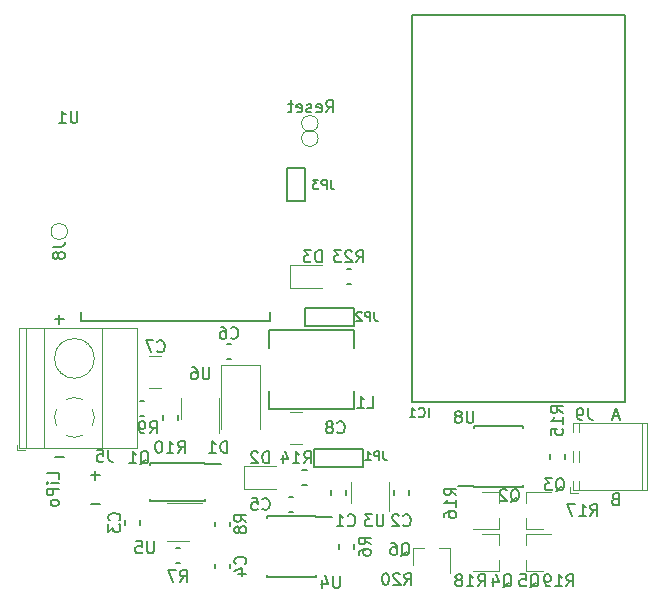
<source format=gbr>
G04 #@! TF.GenerationSoftware,KiCad,Pcbnew,(5.0.0-rc2-dev-744-gdfcdfe91f)*
G04 #@! TF.CreationDate,2018-07-03T22:34:29+02:00*
G04 #@! TF.ProjectId,SHMod24,53484D6F6432342E6B696361645F7063,rev?*
G04 #@! TF.SameCoordinates,Original*
G04 #@! TF.FileFunction,Legend,Bot*
G04 #@! TF.FilePolarity,Positive*
%FSLAX46Y46*%
G04 Gerber Fmt 4.6, Leading zero omitted, Abs format (unit mm)*
G04 Created by KiCad (PCBNEW (5.0.0-rc2-dev-744-gdfcdfe91f)) date 07/03/18 22:34:29*
%MOMM*%
%LPD*%
G01*
G04 APERTURE LIST*
%ADD10C,0.150000*%
%ADD11C,0.120000*%
%ADD12C,0.152400*%
%ADD13C,0.160000*%
G04 APERTURE END LIST*
D10*
X99115571Y-103433571D02*
X98972714Y-103481190D01*
X98925095Y-103528809D01*
X98877476Y-103624047D01*
X98877476Y-103766904D01*
X98925095Y-103862142D01*
X98972714Y-103909761D01*
X99067952Y-103957380D01*
X99448904Y-103957380D01*
X99448904Y-102957380D01*
X99115571Y-102957380D01*
X99020333Y-103005000D01*
X98972714Y-103052619D01*
X98925095Y-103147857D01*
X98925095Y-103243095D01*
X98972714Y-103338333D01*
X99020333Y-103385952D01*
X99115571Y-103433571D01*
X99448904Y-103433571D01*
X99425095Y-96432666D02*
X98948904Y-96432666D01*
X99520333Y-96718380D02*
X99187000Y-95718380D01*
X98853666Y-96718380D01*
X52450952Y-88209428D02*
X51689047Y-88209428D01*
X52070000Y-88590380D02*
X52070000Y-87828476D01*
X52450952Y-99893428D02*
X51689047Y-99893428D01*
X74644095Y-70683380D02*
X74977428Y-70207190D01*
X75215523Y-70683380D02*
X75215523Y-69683380D01*
X74834571Y-69683380D01*
X74739333Y-69731000D01*
X74691714Y-69778619D01*
X74644095Y-69873857D01*
X74644095Y-70016714D01*
X74691714Y-70111952D01*
X74739333Y-70159571D01*
X74834571Y-70207190D01*
X75215523Y-70207190D01*
X73834571Y-70635761D02*
X73929809Y-70683380D01*
X74120285Y-70683380D01*
X74215523Y-70635761D01*
X74263142Y-70540523D01*
X74263142Y-70159571D01*
X74215523Y-70064333D01*
X74120285Y-70016714D01*
X73929809Y-70016714D01*
X73834571Y-70064333D01*
X73786952Y-70159571D01*
X73786952Y-70254809D01*
X74263142Y-70350047D01*
X73406000Y-70635761D02*
X73310761Y-70683380D01*
X73120285Y-70683380D01*
X73025047Y-70635761D01*
X72977428Y-70540523D01*
X72977428Y-70492904D01*
X73025047Y-70397666D01*
X73120285Y-70350047D01*
X73263142Y-70350047D01*
X73358380Y-70302428D01*
X73406000Y-70207190D01*
X73406000Y-70159571D01*
X73358380Y-70064333D01*
X73263142Y-70016714D01*
X73120285Y-70016714D01*
X73025047Y-70064333D01*
X72167904Y-70635761D02*
X72263142Y-70683380D01*
X72453619Y-70683380D01*
X72548857Y-70635761D01*
X72596476Y-70540523D01*
X72596476Y-70159571D01*
X72548857Y-70064333D01*
X72453619Y-70016714D01*
X72263142Y-70016714D01*
X72167904Y-70064333D01*
X72120285Y-70159571D01*
X72120285Y-70254809D01*
X72596476Y-70350047D01*
X71834571Y-70016714D02*
X71453619Y-70016714D01*
X71691714Y-69683380D02*
X71691714Y-70540523D01*
X71644095Y-70635761D01*
X71548857Y-70683380D01*
X71453619Y-70683380D01*
X52014380Y-101735047D02*
X52014380Y-101258857D01*
X51014380Y-101258857D01*
X52014380Y-102068380D02*
X51347714Y-102068380D01*
X51014380Y-102068380D02*
X51062000Y-102020761D01*
X51109619Y-102068380D01*
X51062000Y-102116000D01*
X51014380Y-102068380D01*
X51109619Y-102068380D01*
X52014380Y-102544571D02*
X51014380Y-102544571D01*
X51014380Y-102925523D01*
X51062000Y-103020761D01*
X51109619Y-103068380D01*
X51204857Y-103116000D01*
X51347714Y-103116000D01*
X51442952Y-103068380D01*
X51490571Y-103020761D01*
X51538190Y-102925523D01*
X51538190Y-102544571D01*
X52014380Y-103687428D02*
X51966761Y-103592190D01*
X51919142Y-103544571D01*
X51823904Y-103496952D01*
X51538190Y-103496952D01*
X51442952Y-103544571D01*
X51395333Y-103592190D01*
X51347714Y-103687428D01*
X51347714Y-103830285D01*
X51395333Y-103925523D01*
X51442952Y-103973142D01*
X51538190Y-104020761D01*
X51823904Y-104020761D01*
X51919142Y-103973142D01*
X51966761Y-103925523D01*
X52014380Y-103830285D01*
X52014380Y-103687428D01*
X55498952Y-103830428D02*
X54737047Y-103830428D01*
X55498952Y-101417428D02*
X54737047Y-101417428D01*
X55118000Y-101798380D02*
X55118000Y-101036476D01*
D11*
X52762809Y-80779500D02*
G75*
G03X52762809Y-80779500I-700000J0D01*
G01*
D10*
X77025500Y-88773000D02*
X77025500Y-87249000D01*
X72834500Y-88773000D02*
X77025500Y-88773000D01*
X72834500Y-87249000D02*
X72834500Y-88773000D01*
X77025500Y-87249000D02*
X72834500Y-87249000D01*
X73596500Y-99187000D02*
X73596500Y-100711000D01*
X77787500Y-99187000D02*
X73596500Y-99187000D01*
X77787500Y-100711000D02*
X77787500Y-99187000D01*
X73596500Y-100711000D02*
X77787500Y-100711000D01*
X72898000Y-75423000D02*
X71374000Y-75423000D01*
X72898000Y-78217000D02*
X72898000Y-75423000D01*
X71374000Y-78217000D02*
X72898000Y-78217000D01*
X71374000Y-75423000D02*
X71374000Y-78217000D01*
X71501000Y-103251000D02*
X71882000Y-103251000D01*
X71501000Y-104521000D02*
X71882000Y-104521000D01*
X66230500Y-91567000D02*
X66611500Y-91567000D01*
X66230500Y-90297000D02*
X66611500Y-90297000D01*
X57658000Y-105600500D02*
X57658000Y-105219500D01*
X58928000Y-105600500D02*
X58928000Y-105219500D01*
X80391000Y-102679500D02*
X80391000Y-103060500D01*
X81661000Y-102679500D02*
X81661000Y-103060500D01*
X76327000Y-102679500D02*
X76327000Y-103060500D01*
X75057000Y-102679500D02*
X75057000Y-103060500D01*
X65278000Y-108902500D02*
X65278000Y-109283500D01*
X66548000Y-108902500D02*
X66548000Y-109283500D01*
X76771500Y-83947000D02*
X76390500Y-83947000D01*
X76771500Y-85217000D02*
X76390500Y-85217000D01*
X62293500Y-108839000D02*
X61912500Y-108839000D01*
X62293500Y-107569000D02*
X61912500Y-107569000D01*
X77025500Y-107251500D02*
X77025500Y-107632500D01*
X75755500Y-107251500D02*
X75755500Y-107632500D01*
X94869000Y-100012500D02*
X94869000Y-99631500D01*
X93599000Y-100012500D02*
X93599000Y-99631500D01*
X73034000Y-102235000D02*
X72653000Y-102235000D01*
X73034000Y-100965000D02*
X72653000Y-100965000D01*
X62103000Y-96329500D02*
X62103000Y-96710500D01*
X60833000Y-96329500D02*
X60833000Y-96710500D01*
X58855500Y-96393000D02*
X59236500Y-96393000D01*
X58855500Y-95123000D02*
X59236500Y-95123000D01*
X66548000Y-105346500D02*
X66548000Y-105727500D01*
X65278000Y-105346500D02*
X65278000Y-105727500D01*
D12*
X69913500Y-87566500D02*
X69913500Y-88328500D01*
X69913500Y-88328500D02*
X53911500Y-88328500D01*
X53911500Y-88328500D02*
X53911500Y-87566500D01*
D11*
X76749000Y-103770000D02*
X76749000Y-101970000D01*
X79969000Y-101970000D02*
X79969000Y-104420000D01*
X74279000Y-85542000D02*
X71579000Y-85542000D01*
X71579000Y-85542000D02*
X71579000Y-83622000D01*
X71579000Y-83622000D02*
X74279000Y-83622000D01*
X51805244Y-95836682D02*
G75*
G03X51660000Y-96520000I1534756J-683318D01*
G01*
X54023042Y-94984574D02*
G75*
G03X52656000Y-94985000I-683042J-1535426D01*
G01*
X54875426Y-97203042D02*
G75*
G03X54875000Y-95836000I-1535426J683042D01*
G01*
X52656958Y-98055426D02*
G75*
G03X54024000Y-98055000I683042J1535426D01*
G01*
X51659747Y-96491195D02*
G75*
G03X51805000Y-97204000I1680253J-28805D01*
G01*
X55020000Y-91520000D02*
G75*
G03X55020000Y-91520000I-1680000J0D01*
G01*
X49240000Y-99080000D02*
X49240000Y-88960000D01*
X50740000Y-99080000D02*
X50740000Y-88960000D01*
X55641000Y-99080000D02*
X55641000Y-88960000D01*
X58601000Y-99080000D02*
X58601000Y-88960000D01*
X48680000Y-99080000D02*
X48680000Y-88960000D01*
X58601000Y-99080000D02*
X48680000Y-99080000D01*
X58601000Y-88960000D02*
X48680000Y-88960000D01*
X54409000Y-90245000D02*
X54363000Y-90292000D01*
X52101000Y-92554000D02*
X52066000Y-92589000D01*
X54615000Y-90450000D02*
X54579000Y-90485000D01*
X52317000Y-92747000D02*
X52271000Y-92794000D01*
X49180000Y-99320000D02*
X48440000Y-99320000D01*
X48440000Y-99320000D02*
X48440000Y-98820000D01*
D10*
X77006000Y-95806000D02*
X77006000Y-94306000D01*
X69806000Y-95806000D02*
X69806000Y-94306000D01*
X69806000Y-89106000D02*
X69806000Y-90606000D01*
X77006000Y-89106000D02*
X77006000Y-90606000D01*
X69806000Y-95806000D02*
X77006000Y-95806000D01*
X69806000Y-89106000D02*
X77006000Y-89106000D01*
D11*
X81986000Y-107571000D02*
X82916000Y-107571000D01*
X85146000Y-107571000D02*
X84216000Y-107571000D01*
X85146000Y-107571000D02*
X85146000Y-109731000D01*
X81986000Y-107571000D02*
X81986000Y-109031000D01*
X89279000Y-106370000D02*
X89279000Y-107300000D01*
X89279000Y-109530000D02*
X89279000Y-108600000D01*
X89279000Y-109530000D02*
X87119000Y-109530000D01*
X89279000Y-106370000D02*
X87819000Y-106370000D01*
D10*
X87206000Y-102397000D02*
X87206000Y-102347000D01*
X91356000Y-102397000D02*
X91356000Y-102252000D01*
X91356000Y-97247000D02*
X91356000Y-97392000D01*
X87206000Y-97247000D02*
X87206000Y-97392000D01*
X87206000Y-102397000D02*
X91356000Y-102397000D01*
X87206000Y-97247000D02*
X91356000Y-97247000D01*
X87206000Y-102347000D02*
X85806000Y-102347000D01*
D11*
X91569000Y-105974000D02*
X93029000Y-105974000D01*
X91569000Y-102814000D02*
X93729000Y-102814000D01*
X91569000Y-102814000D02*
X91569000Y-103744000D01*
X91569000Y-105974000D02*
X91569000Y-105044000D01*
X89279000Y-102814000D02*
X89279000Y-103744000D01*
X89279000Y-105974000D02*
X89279000Y-105044000D01*
X89279000Y-105974000D02*
X87119000Y-105974000D01*
X89279000Y-102814000D02*
X87819000Y-102814000D01*
X91569000Y-109530000D02*
X93029000Y-109530000D01*
X91569000Y-106370000D02*
X93729000Y-106370000D01*
X91569000Y-106370000D02*
X91569000Y-107300000D01*
X91569000Y-109530000D02*
X91569000Y-108600000D01*
X96079000Y-102652000D02*
X96079000Y-101882000D01*
X96079000Y-100302000D02*
X96079000Y-99342000D01*
X96079000Y-97762000D02*
X96079000Y-96992000D01*
X101379000Y-102652000D02*
X101379000Y-96992000D01*
X101839000Y-102652000D02*
X101839000Y-96992000D01*
X95519000Y-102652000D02*
X95519000Y-101882000D01*
X95519000Y-100302000D02*
X95519000Y-99342000D01*
X95519000Y-97762000D02*
X95519000Y-96992000D01*
X101839000Y-102652000D02*
X95519000Y-102652000D01*
X101839000Y-96992000D02*
X95519000Y-96992000D01*
X96019000Y-102892000D02*
X95279000Y-102892000D01*
X95279000Y-102892000D02*
X95279000Y-102392000D01*
X73979000Y-72898000D02*
G75*
G03X73979000Y-72898000I-700000J0D01*
G01*
X73979000Y-71628000D02*
G75*
G03X73979000Y-71628000I-700000J0D01*
G01*
D10*
X64428000Y-100356000D02*
X64428000Y-100456000D01*
X59778000Y-100356000D02*
X59778000Y-100556000D01*
X59778000Y-103606000D02*
X59778000Y-103406000D01*
X64428000Y-103606000D02*
X64428000Y-103406000D01*
X64428000Y-100356000D02*
X59778000Y-100356000D01*
X64428000Y-103606000D02*
X59778000Y-103606000D01*
X64428000Y-100456000D02*
X65778000Y-100456000D01*
D11*
X61203000Y-103800000D02*
X64153000Y-103800000D01*
X63003000Y-107020000D02*
X61203000Y-107020000D01*
D10*
X99949000Y-95250000D02*
X81915000Y-95250000D01*
X81915000Y-62484000D02*
X99949000Y-62484000D01*
X99949000Y-95250000D02*
X99949000Y-62484000D01*
X81915000Y-62484000D02*
X81915000Y-95250000D01*
D11*
X60665000Y-91350000D02*
X59665000Y-91350000D01*
X60665000Y-94070000D02*
X59665000Y-94070000D01*
X72636000Y-96049000D02*
X71636000Y-96049000D01*
X72636000Y-98769000D02*
X71636000Y-98769000D01*
X65787000Y-92104000D02*
X69087000Y-92104000D01*
X69087000Y-92104000D02*
X69087000Y-97504000D01*
X65787000Y-92104000D02*
X65787000Y-97504000D01*
D10*
X73766500Y-104867000D02*
X73766500Y-104917000D01*
X69616500Y-104867000D02*
X69616500Y-105012000D01*
X69616500Y-110017000D02*
X69616500Y-109872000D01*
X73766500Y-110017000D02*
X73766500Y-109872000D01*
X73766500Y-104867000D02*
X69616500Y-104867000D01*
X73766500Y-110017000D02*
X69616500Y-110017000D01*
X73766500Y-104917000D02*
X75166500Y-104917000D01*
D11*
X62398000Y-96658000D02*
X62398000Y-94858000D01*
X65618000Y-94858000D02*
X65618000Y-97808000D01*
X70405500Y-102560000D02*
X67705500Y-102560000D01*
X67705500Y-102560000D02*
X67705500Y-100640000D01*
X67705500Y-100640000D02*
X70405500Y-100640000D01*
D10*
X51522380Y-82089666D02*
X52236666Y-82089666D01*
X52379523Y-82042047D01*
X52474761Y-81946809D01*
X52522380Y-81803952D01*
X52522380Y-81708714D01*
X51950952Y-82708714D02*
X51903333Y-82613476D01*
X51855714Y-82565857D01*
X51760476Y-82518238D01*
X51712857Y-82518238D01*
X51617619Y-82565857D01*
X51570000Y-82613476D01*
X51522380Y-82708714D01*
X51522380Y-82899190D01*
X51570000Y-82994428D01*
X51617619Y-83042047D01*
X51712857Y-83089666D01*
X51760476Y-83089666D01*
X51855714Y-83042047D01*
X51903333Y-82994428D01*
X51950952Y-82899190D01*
X51950952Y-82708714D01*
X51998571Y-82613476D01*
X52046190Y-82565857D01*
X52141428Y-82518238D01*
X52331904Y-82518238D01*
X52427142Y-82565857D01*
X52474761Y-82613476D01*
X52522380Y-82708714D01*
X52522380Y-82899190D01*
X52474761Y-82994428D01*
X52427142Y-83042047D01*
X52331904Y-83089666D01*
X52141428Y-83089666D01*
X52046190Y-83042047D01*
X51998571Y-82994428D01*
X51950952Y-82899190D01*
D12*
X78740000Y-87593714D02*
X78740000Y-88138000D01*
X78776285Y-88246857D01*
X78848857Y-88319428D01*
X78957714Y-88355714D01*
X79030285Y-88355714D01*
X78377142Y-88355714D02*
X78377142Y-87593714D01*
X78086857Y-87593714D01*
X78014285Y-87630000D01*
X77978000Y-87666285D01*
X77941714Y-87738857D01*
X77941714Y-87847714D01*
X77978000Y-87920285D01*
X78014285Y-87956571D01*
X78086857Y-87992857D01*
X78377142Y-87992857D01*
X77651428Y-87666285D02*
X77615142Y-87630000D01*
X77542571Y-87593714D01*
X77361142Y-87593714D01*
X77288571Y-87630000D01*
X77252285Y-87666285D01*
X77216000Y-87738857D01*
X77216000Y-87811428D01*
X77252285Y-87920285D01*
X77687714Y-88355714D01*
X77216000Y-88355714D01*
X79502000Y-99404714D02*
X79502000Y-99949000D01*
X79538285Y-100057857D01*
X79610857Y-100130428D01*
X79719714Y-100166714D01*
X79792285Y-100166714D01*
X79139142Y-100166714D02*
X79139142Y-99404714D01*
X78848857Y-99404714D01*
X78776285Y-99441000D01*
X78740000Y-99477285D01*
X78703714Y-99549857D01*
X78703714Y-99658714D01*
X78740000Y-99731285D01*
X78776285Y-99767571D01*
X78848857Y-99803857D01*
X79139142Y-99803857D01*
X77978000Y-100166714D02*
X78413428Y-100166714D01*
X78195714Y-100166714D02*
X78195714Y-99404714D01*
X78268285Y-99513571D01*
X78340857Y-99586142D01*
X78413428Y-99622428D01*
X75057000Y-76417714D02*
X75057000Y-76962000D01*
X75093285Y-77070857D01*
X75165857Y-77143428D01*
X75274714Y-77179714D01*
X75347285Y-77179714D01*
X74694142Y-77179714D02*
X74694142Y-76417714D01*
X74403857Y-76417714D01*
X74331285Y-76454000D01*
X74295000Y-76490285D01*
X74258714Y-76562857D01*
X74258714Y-76671714D01*
X74295000Y-76744285D01*
X74331285Y-76780571D01*
X74403857Y-76816857D01*
X74694142Y-76816857D01*
X74004714Y-76417714D02*
X73533000Y-76417714D01*
X73787000Y-76708000D01*
X73678142Y-76708000D01*
X73605571Y-76744285D01*
X73569285Y-76780571D01*
X73533000Y-76853142D01*
X73533000Y-77034571D01*
X73569285Y-77107142D01*
X73605571Y-77143428D01*
X73678142Y-77179714D01*
X73895857Y-77179714D01*
X73968428Y-77143428D01*
X74004714Y-77107142D01*
D10*
X69254666Y-104243142D02*
X69302285Y-104290761D01*
X69445142Y-104338380D01*
X69540380Y-104338380D01*
X69683238Y-104290761D01*
X69778476Y-104195523D01*
X69826095Y-104100285D01*
X69873714Y-103909809D01*
X69873714Y-103766952D01*
X69826095Y-103576476D01*
X69778476Y-103481238D01*
X69683238Y-103386000D01*
X69540380Y-103338380D01*
X69445142Y-103338380D01*
X69302285Y-103386000D01*
X69254666Y-103433619D01*
X68349904Y-103338380D02*
X68826095Y-103338380D01*
X68873714Y-103814571D01*
X68826095Y-103766952D01*
X68730857Y-103719333D01*
X68492761Y-103719333D01*
X68397523Y-103766952D01*
X68349904Y-103814571D01*
X68302285Y-103909809D01*
X68302285Y-104147904D01*
X68349904Y-104243142D01*
X68397523Y-104290761D01*
X68492761Y-104338380D01*
X68730857Y-104338380D01*
X68826095Y-104290761D01*
X68873714Y-104243142D01*
X66587666Y-89765142D02*
X66635285Y-89812761D01*
X66778142Y-89860380D01*
X66873380Y-89860380D01*
X67016238Y-89812761D01*
X67111476Y-89717523D01*
X67159095Y-89622285D01*
X67206714Y-89431809D01*
X67206714Y-89288952D01*
X67159095Y-89098476D01*
X67111476Y-89003238D01*
X67016238Y-88908000D01*
X66873380Y-88860380D01*
X66778142Y-88860380D01*
X66635285Y-88908000D01*
X66587666Y-88955619D01*
X65730523Y-88860380D02*
X65921000Y-88860380D01*
X66016238Y-88908000D01*
X66063857Y-88955619D01*
X66159095Y-89098476D01*
X66206714Y-89288952D01*
X66206714Y-89669904D01*
X66159095Y-89765142D01*
X66111476Y-89812761D01*
X66016238Y-89860380D01*
X65825761Y-89860380D01*
X65730523Y-89812761D01*
X65682904Y-89765142D01*
X65635285Y-89669904D01*
X65635285Y-89431809D01*
X65682904Y-89336571D01*
X65730523Y-89288952D01*
X65825761Y-89241333D01*
X66016238Y-89241333D01*
X66111476Y-89288952D01*
X66159095Y-89336571D01*
X66206714Y-89431809D01*
X57126142Y-105243333D02*
X57173761Y-105195714D01*
X57221380Y-105052857D01*
X57221380Y-104957619D01*
X57173761Y-104814761D01*
X57078523Y-104719523D01*
X56983285Y-104671904D01*
X56792809Y-104624285D01*
X56649952Y-104624285D01*
X56459476Y-104671904D01*
X56364238Y-104719523D01*
X56269000Y-104814761D01*
X56221380Y-104957619D01*
X56221380Y-105052857D01*
X56269000Y-105195714D01*
X56316619Y-105243333D01*
X56221380Y-105576666D02*
X56221380Y-106195714D01*
X56602333Y-105862380D01*
X56602333Y-106005238D01*
X56649952Y-106100476D01*
X56697571Y-106148095D01*
X56792809Y-106195714D01*
X57030904Y-106195714D01*
X57126142Y-106148095D01*
X57173761Y-106100476D01*
X57221380Y-106005238D01*
X57221380Y-105719523D01*
X57173761Y-105624285D01*
X57126142Y-105576666D01*
X81192666Y-105640142D02*
X81240285Y-105687761D01*
X81383142Y-105735380D01*
X81478380Y-105735380D01*
X81621238Y-105687761D01*
X81716476Y-105592523D01*
X81764095Y-105497285D01*
X81811714Y-105306809D01*
X81811714Y-105163952D01*
X81764095Y-104973476D01*
X81716476Y-104878238D01*
X81621238Y-104783000D01*
X81478380Y-104735380D01*
X81383142Y-104735380D01*
X81240285Y-104783000D01*
X81192666Y-104830619D01*
X80811714Y-104830619D02*
X80764095Y-104783000D01*
X80668857Y-104735380D01*
X80430761Y-104735380D01*
X80335523Y-104783000D01*
X80287904Y-104830619D01*
X80240285Y-104925857D01*
X80240285Y-105021095D01*
X80287904Y-105163952D01*
X80859333Y-105735380D01*
X80240285Y-105735380D01*
X76493666Y-105640142D02*
X76541285Y-105687761D01*
X76684142Y-105735380D01*
X76779380Y-105735380D01*
X76922238Y-105687761D01*
X77017476Y-105592523D01*
X77065095Y-105497285D01*
X77112714Y-105306809D01*
X77112714Y-105163952D01*
X77065095Y-104973476D01*
X77017476Y-104878238D01*
X76922238Y-104783000D01*
X76779380Y-104735380D01*
X76684142Y-104735380D01*
X76541285Y-104783000D01*
X76493666Y-104830619D01*
X75541285Y-105735380D02*
X76112714Y-105735380D01*
X75827000Y-105735380D02*
X75827000Y-104735380D01*
X75922238Y-104878238D01*
X76017476Y-104973476D01*
X76112714Y-105021095D01*
X67794142Y-108926333D02*
X67841761Y-108878714D01*
X67889380Y-108735857D01*
X67889380Y-108640619D01*
X67841761Y-108497761D01*
X67746523Y-108402523D01*
X67651285Y-108354904D01*
X67460809Y-108307285D01*
X67317952Y-108307285D01*
X67127476Y-108354904D01*
X67032238Y-108402523D01*
X66937000Y-108497761D01*
X66889380Y-108640619D01*
X66889380Y-108735857D01*
X66937000Y-108878714D01*
X66984619Y-108926333D01*
X67222714Y-109783476D02*
X67889380Y-109783476D01*
X66841761Y-109545380D02*
X67556047Y-109307285D01*
X67556047Y-109926333D01*
X77223857Y-83384380D02*
X77557190Y-82908190D01*
X77795285Y-83384380D02*
X77795285Y-82384380D01*
X77414333Y-82384380D01*
X77319095Y-82432000D01*
X77271476Y-82479619D01*
X77223857Y-82574857D01*
X77223857Y-82717714D01*
X77271476Y-82812952D01*
X77319095Y-82860571D01*
X77414333Y-82908190D01*
X77795285Y-82908190D01*
X76842904Y-82479619D02*
X76795285Y-82432000D01*
X76700047Y-82384380D01*
X76461952Y-82384380D01*
X76366714Y-82432000D01*
X76319095Y-82479619D01*
X76271476Y-82574857D01*
X76271476Y-82670095D01*
X76319095Y-82812952D01*
X76890523Y-83384380D01*
X76271476Y-83384380D01*
X75938142Y-82384380D02*
X75319095Y-82384380D01*
X75652428Y-82765333D01*
X75509571Y-82765333D01*
X75414333Y-82812952D01*
X75366714Y-82860571D01*
X75319095Y-82955809D01*
X75319095Y-83193904D01*
X75366714Y-83289142D01*
X75414333Y-83336761D01*
X75509571Y-83384380D01*
X75795285Y-83384380D01*
X75890523Y-83336761D01*
X75938142Y-83289142D01*
X62269666Y-110434380D02*
X62603000Y-109958190D01*
X62841095Y-110434380D02*
X62841095Y-109434380D01*
X62460142Y-109434380D01*
X62364904Y-109482000D01*
X62317285Y-109529619D01*
X62269666Y-109624857D01*
X62269666Y-109767714D01*
X62317285Y-109862952D01*
X62364904Y-109910571D01*
X62460142Y-109958190D01*
X62841095Y-109958190D01*
X61936333Y-109434380D02*
X61269666Y-109434380D01*
X61698238Y-110434380D01*
X78430380Y-107275333D02*
X77954190Y-106942000D01*
X78430380Y-106703904D02*
X77430380Y-106703904D01*
X77430380Y-107084857D01*
X77478000Y-107180095D01*
X77525619Y-107227714D01*
X77620857Y-107275333D01*
X77763714Y-107275333D01*
X77858952Y-107227714D01*
X77906571Y-107180095D01*
X77954190Y-107084857D01*
X77954190Y-106703904D01*
X77430380Y-108132476D02*
X77430380Y-107942000D01*
X77478000Y-107846761D01*
X77525619Y-107799142D01*
X77668476Y-107703904D01*
X77858952Y-107656285D01*
X78239904Y-107656285D01*
X78335142Y-107703904D01*
X78382761Y-107751523D01*
X78430380Y-107846761D01*
X78430380Y-108037238D01*
X78382761Y-108132476D01*
X78335142Y-108180095D01*
X78239904Y-108227714D01*
X78001809Y-108227714D01*
X77906571Y-108180095D01*
X77858952Y-108132476D01*
X77811333Y-108037238D01*
X77811333Y-107846761D01*
X77858952Y-107751523D01*
X77906571Y-107703904D01*
X78001809Y-107656285D01*
X94686380Y-96131142D02*
X94210190Y-95797809D01*
X94686380Y-95559714D02*
X93686380Y-95559714D01*
X93686380Y-95940666D01*
X93734000Y-96035904D01*
X93781619Y-96083523D01*
X93876857Y-96131142D01*
X94019714Y-96131142D01*
X94114952Y-96083523D01*
X94162571Y-96035904D01*
X94210190Y-95940666D01*
X94210190Y-95559714D01*
X94686380Y-97083523D02*
X94686380Y-96512095D01*
X94686380Y-96797809D02*
X93686380Y-96797809D01*
X93829238Y-96702571D01*
X93924476Y-96607333D01*
X93972095Y-96512095D01*
X93686380Y-97988285D02*
X93686380Y-97512095D01*
X94162571Y-97464476D01*
X94114952Y-97512095D01*
X94067333Y-97607333D01*
X94067333Y-97845428D01*
X94114952Y-97940666D01*
X94162571Y-97988285D01*
X94257809Y-98035904D01*
X94495904Y-98035904D01*
X94591142Y-97988285D01*
X94638761Y-97940666D01*
X94686380Y-97845428D01*
X94686380Y-97607333D01*
X94638761Y-97512095D01*
X94591142Y-97464476D01*
X72778857Y-100402380D02*
X73112190Y-99926190D01*
X73350285Y-100402380D02*
X73350285Y-99402380D01*
X72969333Y-99402380D01*
X72874095Y-99450000D01*
X72826476Y-99497619D01*
X72778857Y-99592857D01*
X72778857Y-99735714D01*
X72826476Y-99830952D01*
X72874095Y-99878571D01*
X72969333Y-99926190D01*
X73350285Y-99926190D01*
X71826476Y-100402380D02*
X72397904Y-100402380D01*
X72112190Y-100402380D02*
X72112190Y-99402380D01*
X72207428Y-99545238D01*
X72302666Y-99640476D01*
X72397904Y-99688095D01*
X70969333Y-99735714D02*
X70969333Y-100402380D01*
X71207428Y-99354761D02*
X71445523Y-100069047D01*
X70826476Y-100069047D01*
X62110857Y-99512380D02*
X62444190Y-99036190D01*
X62682285Y-99512380D02*
X62682285Y-98512380D01*
X62301333Y-98512380D01*
X62206095Y-98560000D01*
X62158476Y-98607619D01*
X62110857Y-98702857D01*
X62110857Y-98845714D01*
X62158476Y-98940952D01*
X62206095Y-98988571D01*
X62301333Y-99036190D01*
X62682285Y-99036190D01*
X61158476Y-99512380D02*
X61729904Y-99512380D01*
X61444190Y-99512380D02*
X61444190Y-98512380D01*
X61539428Y-98655238D01*
X61634666Y-98750476D01*
X61729904Y-98798095D01*
X60539428Y-98512380D02*
X60444190Y-98512380D01*
X60348952Y-98560000D01*
X60301333Y-98607619D01*
X60253714Y-98702857D01*
X60206095Y-98893333D01*
X60206095Y-99131428D01*
X60253714Y-99321904D01*
X60301333Y-99417142D01*
X60348952Y-99464761D01*
X60444190Y-99512380D01*
X60539428Y-99512380D01*
X60634666Y-99464761D01*
X60682285Y-99417142D01*
X60729904Y-99321904D01*
X60777523Y-99131428D01*
X60777523Y-98893333D01*
X60729904Y-98702857D01*
X60682285Y-98607619D01*
X60634666Y-98560000D01*
X60539428Y-98512380D01*
X59729666Y-97861380D02*
X60063000Y-97385190D01*
X60301095Y-97861380D02*
X60301095Y-96861380D01*
X59920142Y-96861380D01*
X59824904Y-96909000D01*
X59777285Y-96956619D01*
X59729666Y-97051857D01*
X59729666Y-97194714D01*
X59777285Y-97289952D01*
X59824904Y-97337571D01*
X59920142Y-97385190D01*
X60301095Y-97385190D01*
X59253476Y-97861380D02*
X59063000Y-97861380D01*
X58967761Y-97813761D01*
X58920142Y-97766142D01*
X58824904Y-97623285D01*
X58777285Y-97432809D01*
X58777285Y-97051857D01*
X58824904Y-96956619D01*
X58872523Y-96909000D01*
X58967761Y-96861380D01*
X59158238Y-96861380D01*
X59253476Y-96909000D01*
X59301095Y-96956619D01*
X59348714Y-97051857D01*
X59348714Y-97289952D01*
X59301095Y-97385190D01*
X59253476Y-97432809D01*
X59158238Y-97480428D01*
X58967761Y-97480428D01*
X58872523Y-97432809D01*
X58824904Y-97385190D01*
X58777285Y-97289952D01*
X67889380Y-105370333D02*
X67413190Y-105037000D01*
X67889380Y-104798904D02*
X66889380Y-104798904D01*
X66889380Y-105179857D01*
X66937000Y-105275095D01*
X66984619Y-105322714D01*
X67079857Y-105370333D01*
X67222714Y-105370333D01*
X67317952Y-105322714D01*
X67365571Y-105275095D01*
X67413190Y-105179857D01*
X67413190Y-104798904D01*
X67317952Y-105941761D02*
X67270333Y-105846523D01*
X67222714Y-105798904D01*
X67127476Y-105751285D01*
X67079857Y-105751285D01*
X66984619Y-105798904D01*
X66937000Y-105846523D01*
X66889380Y-105941761D01*
X66889380Y-106132238D01*
X66937000Y-106227476D01*
X66984619Y-106275095D01*
X67079857Y-106322714D01*
X67127476Y-106322714D01*
X67222714Y-106275095D01*
X67270333Y-106227476D01*
X67317952Y-106132238D01*
X67317952Y-105941761D01*
X67365571Y-105846523D01*
X67413190Y-105798904D01*
X67508428Y-105751285D01*
X67698904Y-105751285D01*
X67794142Y-105798904D01*
X67841761Y-105846523D01*
X67889380Y-105941761D01*
X67889380Y-106132238D01*
X67841761Y-106227476D01*
X67794142Y-106275095D01*
X67698904Y-106322714D01*
X67508428Y-106322714D01*
X67413190Y-106275095D01*
X67365571Y-106227476D01*
X67317952Y-106132238D01*
X53593904Y-70572380D02*
X53593904Y-71381904D01*
X53546285Y-71477142D01*
X53498666Y-71524761D01*
X53403428Y-71572380D01*
X53212952Y-71572380D01*
X53117714Y-71524761D01*
X53070095Y-71477142D01*
X53022476Y-71381904D01*
X53022476Y-70572380D01*
X52022476Y-71572380D02*
X52593904Y-71572380D01*
X52308190Y-71572380D02*
X52308190Y-70572380D01*
X52403428Y-70715238D01*
X52498666Y-70810476D01*
X52593904Y-70858095D01*
X79501904Y-104735380D02*
X79501904Y-105544904D01*
X79454285Y-105640142D01*
X79406666Y-105687761D01*
X79311428Y-105735380D01*
X79120952Y-105735380D01*
X79025714Y-105687761D01*
X78978095Y-105640142D01*
X78930476Y-105544904D01*
X78930476Y-104735380D01*
X78549523Y-104735380D02*
X77930476Y-104735380D01*
X78263809Y-105116333D01*
X78120952Y-105116333D01*
X78025714Y-105163952D01*
X77978095Y-105211571D01*
X77930476Y-105306809D01*
X77930476Y-105544904D01*
X77978095Y-105640142D01*
X78025714Y-105687761D01*
X78120952Y-105735380D01*
X78406666Y-105735380D01*
X78501904Y-105687761D01*
X78549523Y-105640142D01*
X74271095Y-83383380D02*
X74271095Y-82383380D01*
X74033000Y-82383380D01*
X73890142Y-82431000D01*
X73794904Y-82526238D01*
X73747285Y-82621476D01*
X73699666Y-82811952D01*
X73699666Y-82954809D01*
X73747285Y-83145285D01*
X73794904Y-83240523D01*
X73890142Y-83335761D01*
X74033000Y-83383380D01*
X74271095Y-83383380D01*
X73366333Y-82383380D02*
X72747285Y-82383380D01*
X73080619Y-82764333D01*
X72937761Y-82764333D01*
X72842523Y-82811952D01*
X72794904Y-82859571D01*
X72747285Y-82954809D01*
X72747285Y-83192904D01*
X72794904Y-83288142D01*
X72842523Y-83335761D01*
X72937761Y-83383380D01*
X73223476Y-83383380D01*
X73318714Y-83335761D01*
X73366333Y-83288142D01*
X56213333Y-99274380D02*
X56213333Y-99988666D01*
X56260952Y-100131523D01*
X56356190Y-100226761D01*
X56499047Y-100274380D01*
X56594285Y-100274380D01*
X55260952Y-99274380D02*
X55737142Y-99274380D01*
X55784761Y-99750571D01*
X55737142Y-99702952D01*
X55641904Y-99655333D01*
X55403809Y-99655333D01*
X55308571Y-99702952D01*
X55260952Y-99750571D01*
X55213333Y-99845809D01*
X55213333Y-100083904D01*
X55260952Y-100179142D01*
X55308571Y-100226761D01*
X55403809Y-100274380D01*
X55641904Y-100274380D01*
X55737142Y-100226761D01*
X55784761Y-100179142D01*
X78144666Y-95702380D02*
X78620857Y-95702380D01*
X78620857Y-94702380D01*
X77287523Y-95702380D02*
X77858952Y-95702380D01*
X77573238Y-95702380D02*
X77573238Y-94702380D01*
X77668476Y-94845238D01*
X77763714Y-94940476D01*
X77858952Y-94988095D01*
X80994238Y-108243619D02*
X81089476Y-108196000D01*
X81184714Y-108100761D01*
X81327571Y-107957904D01*
X81422809Y-107910285D01*
X81518047Y-107910285D01*
X81470428Y-108148380D02*
X81565666Y-108100761D01*
X81660904Y-108005523D01*
X81708523Y-107815047D01*
X81708523Y-107481714D01*
X81660904Y-107291238D01*
X81565666Y-107196000D01*
X81470428Y-107148380D01*
X81279952Y-107148380D01*
X81184714Y-107196000D01*
X81089476Y-107291238D01*
X81041857Y-107481714D01*
X81041857Y-107815047D01*
X81089476Y-108005523D01*
X81184714Y-108100761D01*
X81279952Y-108148380D01*
X81470428Y-108148380D01*
X80184714Y-107148380D02*
X80375190Y-107148380D01*
X80470428Y-107196000D01*
X80518047Y-107243619D01*
X80613285Y-107386476D01*
X80660904Y-107576952D01*
X80660904Y-107957904D01*
X80613285Y-108053142D01*
X80565666Y-108100761D01*
X80470428Y-108148380D01*
X80279952Y-108148380D01*
X80184714Y-108100761D01*
X80137095Y-108053142D01*
X80089476Y-107957904D01*
X80089476Y-107719809D01*
X80137095Y-107624571D01*
X80184714Y-107576952D01*
X80279952Y-107529333D01*
X80470428Y-107529333D01*
X80565666Y-107576952D01*
X80613285Y-107624571D01*
X80660904Y-107719809D01*
X81287857Y-110688380D02*
X81621190Y-110212190D01*
X81859285Y-110688380D02*
X81859285Y-109688380D01*
X81478333Y-109688380D01*
X81383095Y-109736000D01*
X81335476Y-109783619D01*
X81287857Y-109878857D01*
X81287857Y-110021714D01*
X81335476Y-110116952D01*
X81383095Y-110164571D01*
X81478333Y-110212190D01*
X81859285Y-110212190D01*
X80906904Y-109783619D02*
X80859285Y-109736000D01*
X80764047Y-109688380D01*
X80525952Y-109688380D01*
X80430714Y-109736000D01*
X80383095Y-109783619D01*
X80335476Y-109878857D01*
X80335476Y-109974095D01*
X80383095Y-110116952D01*
X80954523Y-110688380D01*
X80335476Y-110688380D01*
X79716428Y-109688380D02*
X79621190Y-109688380D01*
X79525952Y-109736000D01*
X79478333Y-109783619D01*
X79430714Y-109878857D01*
X79383095Y-110069333D01*
X79383095Y-110307428D01*
X79430714Y-110497904D01*
X79478333Y-110593142D01*
X79525952Y-110640761D01*
X79621190Y-110688380D01*
X79716428Y-110688380D01*
X79811666Y-110640761D01*
X79859285Y-110593142D01*
X79906904Y-110497904D01*
X79954523Y-110307428D01*
X79954523Y-110069333D01*
X79906904Y-109878857D01*
X79859285Y-109783619D01*
X79811666Y-109736000D01*
X79716428Y-109688380D01*
X85669380Y-103116142D02*
X85193190Y-102782809D01*
X85669380Y-102544714D02*
X84669380Y-102544714D01*
X84669380Y-102925666D01*
X84717000Y-103020904D01*
X84764619Y-103068523D01*
X84859857Y-103116142D01*
X85002714Y-103116142D01*
X85097952Y-103068523D01*
X85145571Y-103020904D01*
X85193190Y-102925666D01*
X85193190Y-102544714D01*
X85669380Y-104068523D02*
X85669380Y-103497095D01*
X85669380Y-103782809D02*
X84669380Y-103782809D01*
X84812238Y-103687571D01*
X84907476Y-103592333D01*
X84955095Y-103497095D01*
X84669380Y-104925666D02*
X84669380Y-104735190D01*
X84717000Y-104639952D01*
X84764619Y-104592333D01*
X84907476Y-104497095D01*
X85097952Y-104449476D01*
X85478904Y-104449476D01*
X85574142Y-104497095D01*
X85621761Y-104544714D01*
X85669380Y-104639952D01*
X85669380Y-104830428D01*
X85621761Y-104925666D01*
X85574142Y-104973285D01*
X85478904Y-105020904D01*
X85240809Y-105020904D01*
X85145571Y-104973285D01*
X85097952Y-104925666D01*
X85050333Y-104830428D01*
X85050333Y-104639952D01*
X85097952Y-104544714D01*
X85145571Y-104497095D01*
X85240809Y-104449476D01*
X97035857Y-104846380D02*
X97369190Y-104370190D01*
X97607285Y-104846380D02*
X97607285Y-103846380D01*
X97226333Y-103846380D01*
X97131095Y-103894000D01*
X97083476Y-103941619D01*
X97035857Y-104036857D01*
X97035857Y-104179714D01*
X97083476Y-104274952D01*
X97131095Y-104322571D01*
X97226333Y-104370190D01*
X97607285Y-104370190D01*
X96083476Y-104846380D02*
X96654904Y-104846380D01*
X96369190Y-104846380D02*
X96369190Y-103846380D01*
X96464428Y-103989238D01*
X96559666Y-104084476D01*
X96654904Y-104132095D01*
X95750142Y-103846380D02*
X95083476Y-103846380D01*
X95512047Y-104846380D01*
X87510857Y-110815380D02*
X87844190Y-110339190D01*
X88082285Y-110815380D02*
X88082285Y-109815380D01*
X87701333Y-109815380D01*
X87606095Y-109863000D01*
X87558476Y-109910619D01*
X87510857Y-110005857D01*
X87510857Y-110148714D01*
X87558476Y-110243952D01*
X87606095Y-110291571D01*
X87701333Y-110339190D01*
X88082285Y-110339190D01*
X86558476Y-110815380D02*
X87129904Y-110815380D01*
X86844190Y-110815380D02*
X86844190Y-109815380D01*
X86939428Y-109958238D01*
X87034666Y-110053476D01*
X87129904Y-110101095D01*
X85987047Y-110243952D02*
X86082285Y-110196333D01*
X86129904Y-110148714D01*
X86177523Y-110053476D01*
X86177523Y-110005857D01*
X86129904Y-109910619D01*
X86082285Y-109863000D01*
X85987047Y-109815380D01*
X85796571Y-109815380D01*
X85701333Y-109863000D01*
X85653714Y-109910619D01*
X85606095Y-110005857D01*
X85606095Y-110053476D01*
X85653714Y-110148714D01*
X85701333Y-110196333D01*
X85796571Y-110243952D01*
X85987047Y-110243952D01*
X86082285Y-110291571D01*
X86129904Y-110339190D01*
X86177523Y-110434428D01*
X86177523Y-110624904D01*
X86129904Y-110720142D01*
X86082285Y-110767761D01*
X85987047Y-110815380D01*
X85796571Y-110815380D01*
X85701333Y-110767761D01*
X85653714Y-110720142D01*
X85606095Y-110624904D01*
X85606095Y-110434428D01*
X85653714Y-110339190D01*
X85701333Y-110291571D01*
X85796571Y-110243952D01*
X95003857Y-110815380D02*
X95337190Y-110339190D01*
X95575285Y-110815380D02*
X95575285Y-109815380D01*
X95194333Y-109815380D01*
X95099095Y-109863000D01*
X95051476Y-109910619D01*
X95003857Y-110005857D01*
X95003857Y-110148714D01*
X95051476Y-110243952D01*
X95099095Y-110291571D01*
X95194333Y-110339190D01*
X95575285Y-110339190D01*
X94051476Y-110815380D02*
X94622904Y-110815380D01*
X94337190Y-110815380D02*
X94337190Y-109815380D01*
X94432428Y-109958238D01*
X94527666Y-110053476D01*
X94622904Y-110101095D01*
X93575285Y-110815380D02*
X93384809Y-110815380D01*
X93289571Y-110767761D01*
X93241952Y-110720142D01*
X93146714Y-110577285D01*
X93099095Y-110386809D01*
X93099095Y-110005857D01*
X93146714Y-109910619D01*
X93194333Y-109863000D01*
X93289571Y-109815380D01*
X93480047Y-109815380D01*
X93575285Y-109863000D01*
X93622904Y-109910619D01*
X93670523Y-110005857D01*
X93670523Y-110243952D01*
X93622904Y-110339190D01*
X93575285Y-110386809D01*
X93480047Y-110434428D01*
X93289571Y-110434428D01*
X93194333Y-110386809D01*
X93146714Y-110339190D01*
X93099095Y-110243952D01*
X89630238Y-110910619D02*
X89725476Y-110863000D01*
X89820714Y-110767761D01*
X89963571Y-110624904D01*
X90058809Y-110577285D01*
X90154047Y-110577285D01*
X90106428Y-110815380D02*
X90201666Y-110767761D01*
X90296904Y-110672523D01*
X90344523Y-110482047D01*
X90344523Y-110148714D01*
X90296904Y-109958238D01*
X90201666Y-109863000D01*
X90106428Y-109815380D01*
X89915952Y-109815380D01*
X89820714Y-109863000D01*
X89725476Y-109958238D01*
X89677857Y-110148714D01*
X89677857Y-110482047D01*
X89725476Y-110672523D01*
X89820714Y-110767761D01*
X89915952Y-110815380D01*
X90106428Y-110815380D01*
X88820714Y-110148714D02*
X88820714Y-110815380D01*
X89058809Y-109767761D02*
X89296904Y-110482047D01*
X88677857Y-110482047D01*
X87121904Y-95972380D02*
X87121904Y-96781904D01*
X87074285Y-96877142D01*
X87026666Y-96924761D01*
X86931428Y-96972380D01*
X86740952Y-96972380D01*
X86645714Y-96924761D01*
X86598095Y-96877142D01*
X86550476Y-96781904D01*
X86550476Y-95972380D01*
X85931428Y-96400952D02*
X86026666Y-96353333D01*
X86074285Y-96305714D01*
X86121904Y-96210476D01*
X86121904Y-96162857D01*
X86074285Y-96067619D01*
X86026666Y-96020000D01*
X85931428Y-95972380D01*
X85740952Y-95972380D01*
X85645714Y-96020000D01*
X85598095Y-96067619D01*
X85550476Y-96162857D01*
X85550476Y-96210476D01*
X85598095Y-96305714D01*
X85645714Y-96353333D01*
X85740952Y-96400952D01*
X85931428Y-96400952D01*
X86026666Y-96448571D01*
X86074285Y-96496190D01*
X86121904Y-96591428D01*
X86121904Y-96781904D01*
X86074285Y-96877142D01*
X86026666Y-96924761D01*
X85931428Y-96972380D01*
X85740952Y-96972380D01*
X85645714Y-96924761D01*
X85598095Y-96877142D01*
X85550476Y-96781904D01*
X85550476Y-96591428D01*
X85598095Y-96496190D01*
X85645714Y-96448571D01*
X85740952Y-96400952D01*
X94075238Y-102782619D02*
X94170476Y-102735000D01*
X94265714Y-102639761D01*
X94408571Y-102496904D01*
X94503809Y-102449285D01*
X94599047Y-102449285D01*
X94551428Y-102687380D02*
X94646666Y-102639761D01*
X94741904Y-102544523D01*
X94789523Y-102354047D01*
X94789523Y-102020714D01*
X94741904Y-101830238D01*
X94646666Y-101735000D01*
X94551428Y-101687380D01*
X94360952Y-101687380D01*
X94265714Y-101735000D01*
X94170476Y-101830238D01*
X94122857Y-102020714D01*
X94122857Y-102354047D01*
X94170476Y-102544523D01*
X94265714Y-102639761D01*
X94360952Y-102687380D01*
X94551428Y-102687380D01*
X93789523Y-101687380D02*
X93170476Y-101687380D01*
X93503809Y-102068333D01*
X93360952Y-102068333D01*
X93265714Y-102115952D01*
X93218095Y-102163571D01*
X93170476Y-102258809D01*
X93170476Y-102496904D01*
X93218095Y-102592142D01*
X93265714Y-102639761D01*
X93360952Y-102687380D01*
X93646666Y-102687380D01*
X93741904Y-102639761D01*
X93789523Y-102592142D01*
X90265238Y-103671619D02*
X90360476Y-103624000D01*
X90455714Y-103528761D01*
X90598571Y-103385904D01*
X90693809Y-103338285D01*
X90789047Y-103338285D01*
X90741428Y-103576380D02*
X90836666Y-103528761D01*
X90931904Y-103433523D01*
X90979523Y-103243047D01*
X90979523Y-102909714D01*
X90931904Y-102719238D01*
X90836666Y-102624000D01*
X90741428Y-102576380D01*
X90550952Y-102576380D01*
X90455714Y-102624000D01*
X90360476Y-102719238D01*
X90312857Y-102909714D01*
X90312857Y-103243047D01*
X90360476Y-103433523D01*
X90455714Y-103528761D01*
X90550952Y-103576380D01*
X90741428Y-103576380D01*
X89931904Y-102671619D02*
X89884285Y-102624000D01*
X89789047Y-102576380D01*
X89550952Y-102576380D01*
X89455714Y-102624000D01*
X89408095Y-102671619D01*
X89360476Y-102766857D01*
X89360476Y-102862095D01*
X89408095Y-103004952D01*
X89979523Y-103576380D01*
X89360476Y-103576380D01*
X91916238Y-110910619D02*
X92011476Y-110863000D01*
X92106714Y-110767761D01*
X92249571Y-110624904D01*
X92344809Y-110577285D01*
X92440047Y-110577285D01*
X92392428Y-110815380D02*
X92487666Y-110767761D01*
X92582904Y-110672523D01*
X92630523Y-110482047D01*
X92630523Y-110148714D01*
X92582904Y-109958238D01*
X92487666Y-109863000D01*
X92392428Y-109815380D01*
X92201952Y-109815380D01*
X92106714Y-109863000D01*
X92011476Y-109958238D01*
X91963857Y-110148714D01*
X91963857Y-110482047D01*
X92011476Y-110672523D01*
X92106714Y-110767761D01*
X92201952Y-110815380D01*
X92392428Y-110815380D01*
X91059095Y-109815380D02*
X91535285Y-109815380D01*
X91582904Y-110291571D01*
X91535285Y-110243952D01*
X91440047Y-110196333D01*
X91201952Y-110196333D01*
X91106714Y-110243952D01*
X91059095Y-110291571D01*
X91011476Y-110386809D01*
X91011476Y-110624904D01*
X91059095Y-110720142D01*
X91106714Y-110767761D01*
X91201952Y-110815380D01*
X91440047Y-110815380D01*
X91535285Y-110767761D01*
X91582904Y-110720142D01*
X96853333Y-95718380D02*
X96853333Y-96432666D01*
X96900952Y-96575523D01*
X96996190Y-96670761D01*
X97139047Y-96718380D01*
X97234285Y-96718380D01*
X96329523Y-96718380D02*
X96139047Y-96718380D01*
X96043809Y-96670761D01*
X95996190Y-96623142D01*
X95900952Y-96480285D01*
X95853333Y-96289809D01*
X95853333Y-95908857D01*
X95900952Y-95813619D01*
X95948571Y-95766000D01*
X96043809Y-95718380D01*
X96234285Y-95718380D01*
X96329523Y-95766000D01*
X96377142Y-95813619D01*
X96424761Y-95908857D01*
X96424761Y-96146952D01*
X96377142Y-96242190D01*
X96329523Y-96289809D01*
X96234285Y-96337428D01*
X96043809Y-96337428D01*
X95948571Y-96289809D01*
X95900952Y-96242190D01*
X95853333Y-96146952D01*
X58896238Y-100496619D02*
X58991476Y-100449000D01*
X59086714Y-100353761D01*
X59229571Y-100210904D01*
X59324809Y-100163285D01*
X59420047Y-100163285D01*
X59372428Y-100401380D02*
X59467666Y-100353761D01*
X59562904Y-100258523D01*
X59610523Y-100068047D01*
X59610523Y-99734714D01*
X59562904Y-99544238D01*
X59467666Y-99449000D01*
X59372428Y-99401380D01*
X59181952Y-99401380D01*
X59086714Y-99449000D01*
X58991476Y-99544238D01*
X58943857Y-99734714D01*
X58943857Y-100068047D01*
X58991476Y-100258523D01*
X59086714Y-100353761D01*
X59181952Y-100401380D01*
X59372428Y-100401380D01*
X57991476Y-100401380D02*
X58562904Y-100401380D01*
X58277190Y-100401380D02*
X58277190Y-99401380D01*
X58372428Y-99544238D01*
X58467666Y-99639476D01*
X58562904Y-99687095D01*
X60070904Y-107021380D02*
X60070904Y-107830904D01*
X60023285Y-107926142D01*
X59975666Y-107973761D01*
X59880428Y-108021380D01*
X59689952Y-108021380D01*
X59594714Y-107973761D01*
X59547095Y-107926142D01*
X59499476Y-107830904D01*
X59499476Y-107021380D01*
X58547095Y-107021380D02*
X59023285Y-107021380D01*
X59070904Y-107497571D01*
X59023285Y-107449952D01*
X58928047Y-107402333D01*
X58689952Y-107402333D01*
X58594714Y-107449952D01*
X58547095Y-107497571D01*
X58499476Y-107592809D01*
X58499476Y-107830904D01*
X58547095Y-107926142D01*
X58594714Y-107973761D01*
X58689952Y-108021380D01*
X58928047Y-108021380D01*
X59023285Y-107973761D01*
X59070904Y-107926142D01*
D13*
X83330952Y-96500904D02*
X83330952Y-95700904D01*
X82492857Y-96424714D02*
X82530952Y-96462809D01*
X82645238Y-96500904D01*
X82721428Y-96500904D01*
X82835714Y-96462809D01*
X82911904Y-96386619D01*
X82950000Y-96310428D01*
X82988095Y-96158047D01*
X82988095Y-96043761D01*
X82950000Y-95891380D01*
X82911904Y-95815190D01*
X82835714Y-95739000D01*
X82721428Y-95700904D01*
X82645238Y-95700904D01*
X82530952Y-95739000D01*
X82492857Y-95777095D01*
X81730952Y-96500904D02*
X82188095Y-96500904D01*
X81959523Y-96500904D02*
X81959523Y-95700904D01*
X82035714Y-95815190D01*
X82111904Y-95891380D01*
X82188095Y-95929476D01*
D10*
X60364666Y-90908142D02*
X60412285Y-90955761D01*
X60555142Y-91003380D01*
X60650380Y-91003380D01*
X60793238Y-90955761D01*
X60888476Y-90860523D01*
X60936095Y-90765285D01*
X60983714Y-90574809D01*
X60983714Y-90431952D01*
X60936095Y-90241476D01*
X60888476Y-90146238D01*
X60793238Y-90051000D01*
X60650380Y-90003380D01*
X60555142Y-90003380D01*
X60412285Y-90051000D01*
X60364666Y-90098619D01*
X60031333Y-90003380D02*
X59364666Y-90003380D01*
X59793238Y-91003380D01*
X75604666Y-97766142D02*
X75652285Y-97813761D01*
X75795142Y-97861380D01*
X75890380Y-97861380D01*
X76033238Y-97813761D01*
X76128476Y-97718523D01*
X76176095Y-97623285D01*
X76223714Y-97432809D01*
X76223714Y-97289952D01*
X76176095Y-97099476D01*
X76128476Y-97004238D01*
X76033238Y-96909000D01*
X75890380Y-96861380D01*
X75795142Y-96861380D01*
X75652285Y-96909000D01*
X75604666Y-96956619D01*
X75033238Y-97289952D02*
X75128476Y-97242333D01*
X75176095Y-97194714D01*
X75223714Y-97099476D01*
X75223714Y-97051857D01*
X75176095Y-96956619D01*
X75128476Y-96909000D01*
X75033238Y-96861380D01*
X74842761Y-96861380D01*
X74747523Y-96909000D01*
X74699904Y-96956619D01*
X74652285Y-97051857D01*
X74652285Y-97099476D01*
X74699904Y-97194714D01*
X74747523Y-97242333D01*
X74842761Y-97289952D01*
X75033238Y-97289952D01*
X75128476Y-97337571D01*
X75176095Y-97385190D01*
X75223714Y-97480428D01*
X75223714Y-97670904D01*
X75176095Y-97766142D01*
X75128476Y-97813761D01*
X75033238Y-97861380D01*
X74842761Y-97861380D01*
X74747523Y-97813761D01*
X74699904Y-97766142D01*
X74652285Y-97670904D01*
X74652285Y-97480428D01*
X74699904Y-97385190D01*
X74747523Y-97337571D01*
X74842761Y-97289952D01*
X66270095Y-99512380D02*
X66270095Y-98512380D01*
X66032000Y-98512380D01*
X65889142Y-98560000D01*
X65793904Y-98655238D01*
X65746285Y-98750476D01*
X65698666Y-98940952D01*
X65698666Y-99083809D01*
X65746285Y-99274285D01*
X65793904Y-99369523D01*
X65889142Y-99464761D01*
X66032000Y-99512380D01*
X66270095Y-99512380D01*
X64746285Y-99512380D02*
X65317714Y-99512380D01*
X65032000Y-99512380D02*
X65032000Y-98512380D01*
X65127238Y-98655238D01*
X65222476Y-98750476D01*
X65317714Y-98798095D01*
X75818904Y-109942380D02*
X75818904Y-110751904D01*
X75771285Y-110847142D01*
X75723666Y-110894761D01*
X75628428Y-110942380D01*
X75437952Y-110942380D01*
X75342714Y-110894761D01*
X75295095Y-110847142D01*
X75247476Y-110751904D01*
X75247476Y-109942380D01*
X74342714Y-110275714D02*
X74342714Y-110942380D01*
X74580809Y-109894761D02*
X74818904Y-110609047D01*
X74199857Y-110609047D01*
X64769904Y-92289380D02*
X64769904Y-93098904D01*
X64722285Y-93194142D01*
X64674666Y-93241761D01*
X64579428Y-93289380D01*
X64388952Y-93289380D01*
X64293714Y-93241761D01*
X64246095Y-93194142D01*
X64198476Y-93098904D01*
X64198476Y-92289380D01*
X63293714Y-92289380D02*
X63484190Y-92289380D01*
X63579428Y-92337000D01*
X63627047Y-92384619D01*
X63722285Y-92527476D01*
X63769904Y-92717952D01*
X63769904Y-93098904D01*
X63722285Y-93194142D01*
X63674666Y-93241761D01*
X63579428Y-93289380D01*
X63388952Y-93289380D01*
X63293714Y-93241761D01*
X63246095Y-93194142D01*
X63198476Y-93098904D01*
X63198476Y-92860809D01*
X63246095Y-92765571D01*
X63293714Y-92717952D01*
X63388952Y-92670333D01*
X63579428Y-92670333D01*
X63674666Y-92717952D01*
X63722285Y-92765571D01*
X63769904Y-92860809D01*
X69826095Y-100401380D02*
X69826095Y-99401380D01*
X69588000Y-99401380D01*
X69445142Y-99449000D01*
X69349904Y-99544238D01*
X69302285Y-99639476D01*
X69254666Y-99829952D01*
X69254666Y-99972809D01*
X69302285Y-100163285D01*
X69349904Y-100258523D01*
X69445142Y-100353761D01*
X69588000Y-100401380D01*
X69826095Y-100401380D01*
X68873714Y-99496619D02*
X68826095Y-99449000D01*
X68730857Y-99401380D01*
X68492761Y-99401380D01*
X68397523Y-99449000D01*
X68349904Y-99496619D01*
X68302285Y-99591857D01*
X68302285Y-99687095D01*
X68349904Y-99829952D01*
X68921333Y-100401380D01*
X68302285Y-100401380D01*
M02*

</source>
